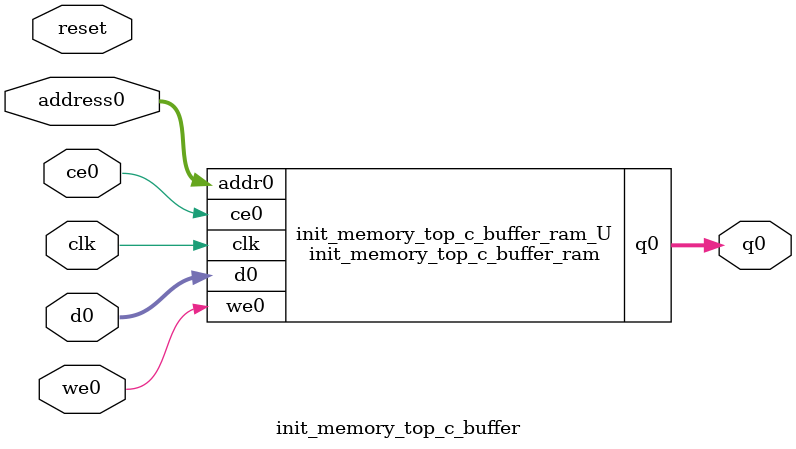
<source format=v>

`timescale 1 ns / 1 ps
module init_memory_top_c_buffer_ram (addr0, ce0, d0, we0, q0,  clk);

parameter DWIDTH = 32;
parameter AWIDTH = 10;
parameter MEM_SIZE = 768;

input[AWIDTH-1:0] addr0;
input ce0;
input[DWIDTH-1:0] d0;
input we0;
output reg[DWIDTH-1:0] q0;
input clk;

(* ram_style = "block" *)reg [DWIDTH-1:0] ram[MEM_SIZE-1:0];




always @(posedge clk)  
begin 
    if (ce0) 
    begin
        if (we0) 
        begin 
            ram[addr0] <= d0; 
            q0 <= d0;
        end 
        else 
            q0 <= ram[addr0];
    end
end


endmodule


`timescale 1 ns / 1 ps
module init_memory_top_c_buffer(
    reset,
    clk,
    address0,
    ce0,
    we0,
    d0,
    q0);

parameter DataWidth = 32'd32;
parameter AddressRange = 32'd768;
parameter AddressWidth = 32'd10;
input reset;
input clk;
input[AddressWidth - 1:0] address0;
input ce0;
input we0;
input[DataWidth - 1:0] d0;
output[DataWidth - 1:0] q0;




init_memory_top_c_buffer_ram init_memory_top_c_buffer_ram_U(
    .clk( clk ),
    .addr0( address0 ),
    .ce0( ce0 ),
    .d0( d0 ),
    .we0( we0 ),
    .q0( q0 ));

endmodule


</source>
